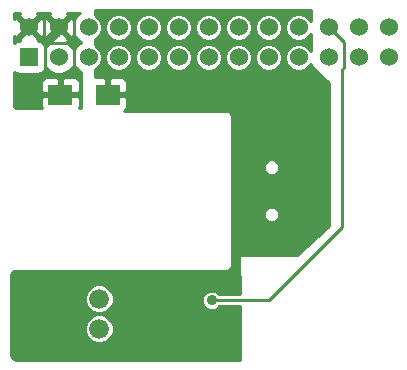
<source format=gbr>
G04 #@! TF.FileFunction,Copper,L1,Top,Signal*
%FSLAX46Y46*%
G04 Gerber Fmt 4.6, Leading zero omitted, Abs format (unit mm)*
G04 Created by KiCad (PCBNEW 4.0.1-stable) date 7/11/2016 2:58:09 PM*
%MOMM*%
G01*
G04 APERTURE LIST*
%ADD10C,0.150000*%
%ADD11R,1.524000X1.524000*%
%ADD12C,1.524000*%
%ADD13C,1.676400*%
%ADD14R,2.000000X1.700000*%
%ADD15C,0.889000*%
%ADD16C,0.254000*%
G04 APERTURE END LIST*
D10*
D11*
X1905000Y-4445000D03*
D12*
X1905000Y-1905000D03*
X4445000Y-4445000D03*
X4445000Y-1905000D03*
X6985000Y-4445000D03*
X6985000Y-1905000D03*
X9525000Y-4445000D03*
X9525000Y-1905000D03*
X12065000Y-4445000D03*
X12065000Y-1905000D03*
X14605000Y-4445000D03*
X14605000Y-1905000D03*
X17145000Y-4445000D03*
X17145000Y-1905000D03*
X19685000Y-4445000D03*
X19685000Y-1905000D03*
X22225000Y-4445000D03*
X22225000Y-1905000D03*
X24765000Y-4445000D03*
X24765000Y-1905000D03*
X27305000Y-4445000D03*
X27305000Y-1905000D03*
X29845000Y-4445000D03*
X29845000Y-1905000D03*
X32385000Y-4445000D03*
X32385000Y-1905000D03*
D13*
X7874000Y-24892000D03*
X7874000Y-27432000D03*
D14*
X4604000Y-7620000D03*
X8604000Y-7620000D03*
D15*
X23622000Y-17780000D03*
X17399000Y-25019000D03*
D16*
X4445000Y-1905000D02*
X4445000Y-2445000D01*
X4445000Y-2445000D02*
X3330000Y-3560000D01*
X3330000Y-3560000D02*
X3330000Y-5870000D01*
X3330000Y-5870000D02*
X3410000Y-5950000D01*
X3224000Y-3200000D02*
X3224000Y-914000D01*
X5764000Y-3200000D02*
X5764000Y-914000D01*
X3224000Y-3200000D02*
X5764000Y-3200000D01*
X5764000Y-3200000D02*
X5764000Y-5232000D01*
X1905000Y-1905000D02*
X1929000Y-1905000D01*
X1929000Y-1905000D02*
X3224000Y-3200000D01*
X12065000Y-4445000D02*
X12139000Y-4445000D01*
X27305000Y-1905000D02*
X28575000Y-3175000D01*
X22225000Y-25019000D02*
X17399000Y-25019000D01*
X28448000Y-18796000D02*
X22225000Y-25019000D01*
X28448000Y-5461000D02*
X28448000Y-18796000D01*
X28575000Y-5334000D02*
X28448000Y-5461000D01*
X28575000Y-3175000D02*
X28575000Y-5334000D01*
G36*
X5799990Y-5235303D02*
X6192630Y-5628629D01*
X6350000Y-5693975D01*
X6350000Y-8713000D01*
X6190665Y-8713000D01*
X6239000Y-8596310D01*
X6239000Y-7905750D01*
X6080250Y-7747000D01*
X4731000Y-7747000D01*
X4731000Y-7767000D01*
X4477000Y-7767000D01*
X4477000Y-7747000D01*
X3127750Y-7747000D01*
X2969000Y-7905750D01*
X2969000Y-8596310D01*
X3017335Y-8713000D01*
X829467Y-8713000D01*
X737668Y-8694740D01*
X717043Y-8680958D01*
X703260Y-8660331D01*
X685000Y-8568533D01*
X685000Y-6643690D01*
X2969000Y-6643690D01*
X2969000Y-7334250D01*
X3127750Y-7493000D01*
X4477000Y-7493000D01*
X4477000Y-6293750D01*
X4731000Y-6293750D01*
X4731000Y-7493000D01*
X6080250Y-7493000D01*
X6239000Y-7334250D01*
X6239000Y-6643690D01*
X6142327Y-6410301D01*
X5963698Y-6231673D01*
X5730309Y-6135000D01*
X4889750Y-6135000D01*
X4731000Y-6293750D01*
X4477000Y-6293750D01*
X4318250Y-6135000D01*
X3477691Y-6135000D01*
X3244302Y-6231673D01*
X3065673Y-6410301D01*
X2969000Y-6643690D01*
X685000Y-6643690D01*
X685000Y-5662602D01*
X891110Y-5803431D01*
X1143000Y-5854440D01*
X2667000Y-5854440D01*
X2902317Y-5810162D01*
X3118441Y-5671090D01*
X3263431Y-5458890D01*
X3300492Y-5275876D01*
X3652630Y-5628629D01*
X4165900Y-5841757D01*
X4721661Y-5842242D01*
X5235303Y-5630010D01*
X5628629Y-5237370D01*
X5714949Y-5029488D01*
X5799990Y-5235303D01*
X5799990Y-5235303D01*
G37*
X5799990Y-5235303D02*
X6192630Y-5628629D01*
X6350000Y-5693975D01*
X6350000Y-8713000D01*
X6190665Y-8713000D01*
X6239000Y-8596310D01*
X6239000Y-7905750D01*
X6080250Y-7747000D01*
X4731000Y-7747000D01*
X4731000Y-7767000D01*
X4477000Y-7767000D01*
X4477000Y-7747000D01*
X3127750Y-7747000D01*
X2969000Y-7905750D01*
X2969000Y-8596310D01*
X3017335Y-8713000D01*
X829467Y-8713000D01*
X737668Y-8694740D01*
X717043Y-8680958D01*
X703260Y-8660331D01*
X685000Y-8568533D01*
X685000Y-6643690D01*
X2969000Y-6643690D01*
X2969000Y-7334250D01*
X3127750Y-7493000D01*
X4477000Y-7493000D01*
X4477000Y-6293750D01*
X4731000Y-6293750D01*
X4731000Y-7493000D01*
X6080250Y-7493000D01*
X6239000Y-7334250D01*
X6239000Y-6643690D01*
X6142327Y-6410301D01*
X5963698Y-6231673D01*
X5730309Y-6135000D01*
X4889750Y-6135000D01*
X4731000Y-6293750D01*
X4477000Y-6293750D01*
X4318250Y-6135000D01*
X3477691Y-6135000D01*
X3244302Y-6231673D01*
X3065673Y-6410301D01*
X2969000Y-6643690D01*
X685000Y-6643690D01*
X685000Y-5662602D01*
X891110Y-5803431D01*
X1143000Y-5854440D01*
X2667000Y-5854440D01*
X2902317Y-5810162D01*
X3118441Y-5671090D01*
X3263431Y-5458890D01*
X3300492Y-5275876D01*
X3652630Y-5628629D01*
X4165900Y-5841757D01*
X4721661Y-5842242D01*
X5235303Y-5630010D01*
X5628629Y-5237370D01*
X5714949Y-5029488D01*
X5799990Y-5235303D01*
G36*
X1104392Y-924787D02*
X1905000Y-1725395D01*
X2705608Y-924787D01*
X2636831Y-685000D01*
X3713169Y-685000D01*
X3644392Y-924787D01*
X4445000Y-1725395D01*
X5245608Y-924787D01*
X5176831Y-685000D01*
X6279379Y-685000D01*
X6194697Y-719990D01*
X5801371Y-1112630D01*
X5721605Y-1304727D01*
X5667397Y-1173857D01*
X5425213Y-1104392D01*
X4624605Y-1905000D01*
X5425213Y-2705608D01*
X5667397Y-2636143D01*
X5717509Y-2495682D01*
X5799990Y-2695303D01*
X6192630Y-3088629D01*
X6350000Y-3153975D01*
X6350000Y-3195820D01*
X6194697Y-3259990D01*
X5801371Y-3652630D01*
X5715051Y-3860512D01*
X5630010Y-3654697D01*
X5237370Y-3261371D01*
X5045273Y-3181605D01*
X5176143Y-3127397D01*
X5245608Y-2885213D01*
X4445000Y-2084605D01*
X3644392Y-2885213D01*
X3713857Y-3127397D01*
X3854318Y-3177509D01*
X3654697Y-3259990D01*
X3301237Y-3612833D01*
X3270162Y-3447683D01*
X3131090Y-3231559D01*
X2918890Y-3086569D01*
X2667000Y-3035560D01*
X2662484Y-3035560D01*
X2705608Y-2885213D01*
X1905000Y-2084605D01*
X1104392Y-2885213D01*
X1147516Y-3035560D01*
X1143000Y-3035560D01*
X907683Y-3079838D01*
X691559Y-3218910D01*
X685000Y-3228509D01*
X685000Y-2636831D01*
X924787Y-2705608D01*
X1725395Y-1905000D01*
X2084605Y-1905000D01*
X2885213Y-2705608D01*
X3127397Y-2636143D01*
X3171453Y-2512656D01*
X3222603Y-2636143D01*
X3464787Y-2705608D01*
X4265395Y-1905000D01*
X3464787Y-1104392D01*
X3222603Y-1173857D01*
X3178547Y-1297344D01*
X3127397Y-1173857D01*
X2885213Y-1104392D01*
X2084605Y-1905000D01*
X1725395Y-1905000D01*
X924787Y-1104392D01*
X685000Y-1173169D01*
X685000Y-685000D01*
X1173169Y-685000D01*
X1104392Y-924787D01*
X1104392Y-924787D01*
G37*
X1104392Y-924787D02*
X1905000Y-1725395D01*
X2705608Y-924787D01*
X2636831Y-685000D01*
X3713169Y-685000D01*
X3644392Y-924787D01*
X4445000Y-1725395D01*
X5245608Y-924787D01*
X5176831Y-685000D01*
X6279379Y-685000D01*
X6194697Y-719990D01*
X5801371Y-1112630D01*
X5721605Y-1304727D01*
X5667397Y-1173857D01*
X5425213Y-1104392D01*
X4624605Y-1905000D01*
X5425213Y-2705608D01*
X5667397Y-2636143D01*
X5717509Y-2495682D01*
X5799990Y-2695303D01*
X6192630Y-3088629D01*
X6350000Y-3153975D01*
X6350000Y-3195820D01*
X6194697Y-3259990D01*
X5801371Y-3652630D01*
X5715051Y-3860512D01*
X5630010Y-3654697D01*
X5237370Y-3261371D01*
X5045273Y-3181605D01*
X5176143Y-3127397D01*
X5245608Y-2885213D01*
X4445000Y-2084605D01*
X3644392Y-2885213D01*
X3713857Y-3127397D01*
X3854318Y-3177509D01*
X3654697Y-3259990D01*
X3301237Y-3612833D01*
X3270162Y-3447683D01*
X3131090Y-3231559D01*
X2918890Y-3086569D01*
X2667000Y-3035560D01*
X2662484Y-3035560D01*
X2705608Y-2885213D01*
X1905000Y-2084605D01*
X1104392Y-2885213D01*
X1147516Y-3035560D01*
X1143000Y-3035560D01*
X907683Y-3079838D01*
X691559Y-3218910D01*
X685000Y-3228509D01*
X685000Y-2636831D01*
X924787Y-2705608D01*
X1725395Y-1905000D01*
X2084605Y-1905000D01*
X2885213Y-2705608D01*
X3127397Y-2636143D01*
X3171453Y-2512656D01*
X3222603Y-2636143D01*
X3464787Y-2705608D01*
X4265395Y-1905000D01*
X3464787Y-1104392D01*
X3222603Y-1173857D01*
X3178547Y-1297344D01*
X3127397Y-1173857D01*
X2885213Y-1104392D01*
X2084605Y-1905000D01*
X1725395Y-1905000D01*
X924787Y-1104392D01*
X685000Y-1173169D01*
X685000Y-685000D01*
X1173169Y-685000D01*
X1104392Y-924787D01*
G36*
X25781000Y-1370797D02*
X25734554Y-1258388D01*
X25413303Y-936577D01*
X24993354Y-762199D01*
X24538641Y-761802D01*
X24118388Y-935446D01*
X23796577Y-1256697D01*
X23622199Y-1676646D01*
X23621802Y-2131359D01*
X23795446Y-2551612D01*
X24116697Y-2873423D01*
X24536646Y-3047801D01*
X24991359Y-3048198D01*
X25411612Y-2874554D01*
X25733423Y-2553303D01*
X25781000Y-2438725D01*
X25781000Y-3910797D01*
X25734554Y-3798388D01*
X25413303Y-3476577D01*
X24993354Y-3302199D01*
X24538641Y-3301802D01*
X24118388Y-3475446D01*
X23796577Y-3796697D01*
X23622199Y-4216646D01*
X23621802Y-4671359D01*
X23795446Y-5091612D01*
X24116697Y-5413423D01*
X24536646Y-5587801D01*
X24991359Y-5588198D01*
X25411612Y-5414554D01*
X25733423Y-5093303D01*
X25781000Y-4978725D01*
X25781000Y-5080000D01*
X25791006Y-5129410D01*
X25818197Y-5169803D01*
X27305000Y-6656606D01*
X27305000Y-18739820D01*
X24588902Y-21209000D01*
X19875099Y-21209000D01*
X19825689Y-21219006D01*
X19784064Y-21247447D01*
X19756784Y-21289841D01*
X19748102Y-21336901D01*
X19770631Y-24511000D01*
X18058302Y-24511000D01*
X17867219Y-24319583D01*
X17563923Y-24193643D01*
X17235518Y-24193357D01*
X16932002Y-24318767D01*
X16699583Y-24550781D01*
X16573643Y-24854077D01*
X16573357Y-25182482D01*
X16698767Y-25485998D01*
X16930781Y-25718417D01*
X17234077Y-25844357D01*
X17562482Y-25844643D01*
X17865998Y-25719233D01*
X18058567Y-25527000D01*
X19777842Y-25527000D01*
X19809937Y-30049000D01*
X804448Y-30049000D01*
X638564Y-30016004D01*
X533919Y-29946082D01*
X463996Y-29841436D01*
X431000Y-29675552D01*
X431000Y-27673450D01*
X6654588Y-27673450D01*
X6839809Y-28121719D01*
X7182477Y-28464985D01*
X7630422Y-28650988D01*
X8115450Y-28651412D01*
X8563719Y-28466191D01*
X8906985Y-28123523D01*
X9092988Y-27675578D01*
X9093412Y-27190550D01*
X8908191Y-26742281D01*
X8565523Y-26399015D01*
X8117578Y-26213012D01*
X7632550Y-26212588D01*
X7184281Y-26397809D01*
X6841015Y-26740477D01*
X6655012Y-27188422D01*
X6654588Y-27673450D01*
X431000Y-27673450D01*
X431000Y-25133450D01*
X6654588Y-25133450D01*
X6839809Y-25581719D01*
X7182477Y-25924985D01*
X7630422Y-26110988D01*
X8115450Y-26111412D01*
X8563719Y-25926191D01*
X8906985Y-25583523D01*
X9092988Y-25135578D01*
X9093412Y-24650550D01*
X8908191Y-24202281D01*
X8565523Y-23859015D01*
X8117578Y-23673012D01*
X7632550Y-23672588D01*
X7184281Y-23857809D01*
X6841015Y-24200477D01*
X6655012Y-24648422D01*
X6654588Y-25133450D01*
X431000Y-25133450D01*
X431000Y-22902448D01*
X463996Y-22736564D01*
X533919Y-22631918D01*
X638564Y-22561996D01*
X804448Y-22529000D01*
X18669000Y-22529000D01*
X18833937Y-22496192D01*
X18973763Y-22402763D01*
X19067192Y-22262937D01*
X19100000Y-22098000D01*
X19100000Y-17877914D01*
X21805886Y-17877914D01*
X21905546Y-18119109D01*
X22089921Y-18303806D01*
X22330941Y-18403886D01*
X22591914Y-18404114D01*
X22833109Y-18304454D01*
X23017806Y-18120079D01*
X23117886Y-17879059D01*
X23118114Y-17618086D01*
X23018454Y-17376891D01*
X22834079Y-17192194D01*
X22593059Y-17092114D01*
X22332086Y-17091886D01*
X22090891Y-17191546D01*
X21906194Y-17375921D01*
X21806114Y-17616941D01*
X21805886Y-17877914D01*
X19100000Y-17877914D01*
X19100000Y-13877914D01*
X21805886Y-13877914D01*
X21905546Y-14119109D01*
X22089921Y-14303806D01*
X22330941Y-14403886D01*
X22591914Y-14404114D01*
X22833109Y-14304454D01*
X23017806Y-14120079D01*
X23117886Y-13879059D01*
X23118114Y-13618086D01*
X23018454Y-13376891D01*
X22834079Y-13192194D01*
X22593059Y-13092114D01*
X22332086Y-13091886D01*
X22090891Y-13191546D01*
X21906194Y-13375921D01*
X21806114Y-13616941D01*
X21805886Y-13877914D01*
X19100000Y-13877914D01*
X19100000Y-9398000D01*
X19067192Y-9233063D01*
X18973763Y-9093237D01*
X18833937Y-8999808D01*
X18669000Y-8967000D01*
X10005025Y-8967000D01*
X10142327Y-8829699D01*
X10239000Y-8596310D01*
X10239000Y-7905750D01*
X10080250Y-7747000D01*
X8731000Y-7747000D01*
X8731000Y-7767000D01*
X8477000Y-7767000D01*
X8477000Y-7747000D01*
X8457000Y-7747000D01*
X8457000Y-7493000D01*
X8477000Y-7493000D01*
X8477000Y-6293750D01*
X8731000Y-6293750D01*
X8731000Y-7493000D01*
X10080250Y-7493000D01*
X10239000Y-7334250D01*
X10239000Y-6643690D01*
X10142327Y-6410301D01*
X9963698Y-6231673D01*
X9730309Y-6135000D01*
X8889750Y-6135000D01*
X8731000Y-6293750D01*
X8477000Y-6293750D01*
X8318250Y-6135000D01*
X7493000Y-6135000D01*
X7493000Y-5471827D01*
X7631612Y-5414554D01*
X7953423Y-5093303D01*
X8127801Y-4673354D01*
X8127802Y-4671359D01*
X8381802Y-4671359D01*
X8555446Y-5091612D01*
X8876697Y-5413423D01*
X9296646Y-5587801D01*
X9751359Y-5588198D01*
X10171612Y-5414554D01*
X10493423Y-5093303D01*
X10667801Y-4673354D01*
X10667802Y-4671359D01*
X10921802Y-4671359D01*
X11095446Y-5091612D01*
X11416697Y-5413423D01*
X11836646Y-5587801D01*
X12291359Y-5588198D01*
X12711612Y-5414554D01*
X13033423Y-5093303D01*
X13207801Y-4673354D01*
X13207802Y-4671359D01*
X13461802Y-4671359D01*
X13635446Y-5091612D01*
X13956697Y-5413423D01*
X14376646Y-5587801D01*
X14831359Y-5588198D01*
X15251612Y-5414554D01*
X15573423Y-5093303D01*
X15747801Y-4673354D01*
X15747802Y-4671359D01*
X16001802Y-4671359D01*
X16175446Y-5091612D01*
X16496697Y-5413423D01*
X16916646Y-5587801D01*
X17371359Y-5588198D01*
X17791612Y-5414554D01*
X18113423Y-5093303D01*
X18287801Y-4673354D01*
X18287802Y-4671359D01*
X18541802Y-4671359D01*
X18715446Y-5091612D01*
X19036697Y-5413423D01*
X19456646Y-5587801D01*
X19911359Y-5588198D01*
X20331612Y-5414554D01*
X20653423Y-5093303D01*
X20827801Y-4673354D01*
X20827802Y-4671359D01*
X21081802Y-4671359D01*
X21255446Y-5091612D01*
X21576697Y-5413423D01*
X21996646Y-5587801D01*
X22451359Y-5588198D01*
X22871612Y-5414554D01*
X23193423Y-5093303D01*
X23367801Y-4673354D01*
X23368198Y-4218641D01*
X23194554Y-3798388D01*
X22873303Y-3476577D01*
X22453354Y-3302199D01*
X21998641Y-3301802D01*
X21578388Y-3475446D01*
X21256577Y-3796697D01*
X21082199Y-4216646D01*
X21081802Y-4671359D01*
X20827802Y-4671359D01*
X20828198Y-4218641D01*
X20654554Y-3798388D01*
X20333303Y-3476577D01*
X19913354Y-3302199D01*
X19458641Y-3301802D01*
X19038388Y-3475446D01*
X18716577Y-3796697D01*
X18542199Y-4216646D01*
X18541802Y-4671359D01*
X18287802Y-4671359D01*
X18288198Y-4218641D01*
X18114554Y-3798388D01*
X17793303Y-3476577D01*
X17373354Y-3302199D01*
X16918641Y-3301802D01*
X16498388Y-3475446D01*
X16176577Y-3796697D01*
X16002199Y-4216646D01*
X16001802Y-4671359D01*
X15747802Y-4671359D01*
X15748198Y-4218641D01*
X15574554Y-3798388D01*
X15253303Y-3476577D01*
X14833354Y-3302199D01*
X14378641Y-3301802D01*
X13958388Y-3475446D01*
X13636577Y-3796697D01*
X13462199Y-4216646D01*
X13461802Y-4671359D01*
X13207802Y-4671359D01*
X13208198Y-4218641D01*
X13034554Y-3798388D01*
X12713303Y-3476577D01*
X12293354Y-3302199D01*
X11838641Y-3301802D01*
X11418388Y-3475446D01*
X11096577Y-3796697D01*
X10922199Y-4216646D01*
X10921802Y-4671359D01*
X10667802Y-4671359D01*
X10668198Y-4218641D01*
X10494554Y-3798388D01*
X10173303Y-3476577D01*
X9753354Y-3302199D01*
X9298641Y-3301802D01*
X8878388Y-3475446D01*
X8556577Y-3796697D01*
X8382199Y-4216646D01*
X8381802Y-4671359D01*
X8127802Y-4671359D01*
X8128198Y-4218641D01*
X7954554Y-3798388D01*
X7633303Y-3476577D01*
X7493000Y-3418318D01*
X7493000Y-2931827D01*
X7631612Y-2874554D01*
X7953423Y-2553303D01*
X8127801Y-2133354D01*
X8127802Y-2131359D01*
X8381802Y-2131359D01*
X8555446Y-2551612D01*
X8876697Y-2873423D01*
X9296646Y-3047801D01*
X9751359Y-3048198D01*
X10171612Y-2874554D01*
X10493423Y-2553303D01*
X10667801Y-2133354D01*
X10667802Y-2131359D01*
X10921802Y-2131359D01*
X11095446Y-2551612D01*
X11416697Y-2873423D01*
X11836646Y-3047801D01*
X12291359Y-3048198D01*
X12711612Y-2874554D01*
X13033423Y-2553303D01*
X13207801Y-2133354D01*
X13207802Y-2131359D01*
X13461802Y-2131359D01*
X13635446Y-2551612D01*
X13956697Y-2873423D01*
X14376646Y-3047801D01*
X14831359Y-3048198D01*
X15251612Y-2874554D01*
X15573423Y-2553303D01*
X15747801Y-2133354D01*
X15747802Y-2131359D01*
X16001802Y-2131359D01*
X16175446Y-2551612D01*
X16496697Y-2873423D01*
X16916646Y-3047801D01*
X17371359Y-3048198D01*
X17791612Y-2874554D01*
X18113423Y-2553303D01*
X18287801Y-2133354D01*
X18287802Y-2131359D01*
X18541802Y-2131359D01*
X18715446Y-2551612D01*
X19036697Y-2873423D01*
X19456646Y-3047801D01*
X19911359Y-3048198D01*
X20331612Y-2874554D01*
X20653423Y-2553303D01*
X20827801Y-2133354D01*
X20827802Y-2131359D01*
X21081802Y-2131359D01*
X21255446Y-2551612D01*
X21576697Y-2873423D01*
X21996646Y-3047801D01*
X22451359Y-3048198D01*
X22871612Y-2874554D01*
X23193423Y-2553303D01*
X23367801Y-2133354D01*
X23368198Y-1678641D01*
X23194554Y-1258388D01*
X22873303Y-936577D01*
X22453354Y-762199D01*
X21998641Y-761802D01*
X21578388Y-935446D01*
X21256577Y-1256697D01*
X21082199Y-1676646D01*
X21081802Y-2131359D01*
X20827802Y-2131359D01*
X20828198Y-1678641D01*
X20654554Y-1258388D01*
X20333303Y-936577D01*
X19913354Y-762199D01*
X19458641Y-761802D01*
X19038388Y-935446D01*
X18716577Y-1256697D01*
X18542199Y-1676646D01*
X18541802Y-2131359D01*
X18287802Y-2131359D01*
X18288198Y-1678641D01*
X18114554Y-1258388D01*
X17793303Y-936577D01*
X17373354Y-762199D01*
X16918641Y-761802D01*
X16498388Y-935446D01*
X16176577Y-1256697D01*
X16002199Y-1676646D01*
X16001802Y-2131359D01*
X15747802Y-2131359D01*
X15748198Y-1678641D01*
X15574554Y-1258388D01*
X15253303Y-936577D01*
X14833354Y-762199D01*
X14378641Y-761802D01*
X13958388Y-935446D01*
X13636577Y-1256697D01*
X13462199Y-1676646D01*
X13461802Y-2131359D01*
X13207802Y-2131359D01*
X13208198Y-1678641D01*
X13034554Y-1258388D01*
X12713303Y-936577D01*
X12293354Y-762199D01*
X11838641Y-761802D01*
X11418388Y-935446D01*
X11096577Y-1256697D01*
X10922199Y-1676646D01*
X10921802Y-2131359D01*
X10667802Y-2131359D01*
X10668198Y-1678641D01*
X10494554Y-1258388D01*
X10173303Y-936577D01*
X9753354Y-762199D01*
X9298641Y-761802D01*
X8878388Y-935446D01*
X8556577Y-1256697D01*
X8382199Y-1676646D01*
X8381802Y-2131359D01*
X8127802Y-2131359D01*
X8128198Y-1678641D01*
X7954554Y-1258388D01*
X7633303Y-936577D01*
X7493000Y-878318D01*
X7493000Y-431000D01*
X25781000Y-431000D01*
X25781000Y-1370797D01*
X25781000Y-1370797D01*
G37*
X25781000Y-1370797D02*
X25734554Y-1258388D01*
X25413303Y-936577D01*
X24993354Y-762199D01*
X24538641Y-761802D01*
X24118388Y-935446D01*
X23796577Y-1256697D01*
X23622199Y-1676646D01*
X23621802Y-2131359D01*
X23795446Y-2551612D01*
X24116697Y-2873423D01*
X24536646Y-3047801D01*
X24991359Y-3048198D01*
X25411612Y-2874554D01*
X25733423Y-2553303D01*
X25781000Y-2438725D01*
X25781000Y-3910797D01*
X25734554Y-3798388D01*
X25413303Y-3476577D01*
X24993354Y-3302199D01*
X24538641Y-3301802D01*
X24118388Y-3475446D01*
X23796577Y-3796697D01*
X23622199Y-4216646D01*
X23621802Y-4671359D01*
X23795446Y-5091612D01*
X24116697Y-5413423D01*
X24536646Y-5587801D01*
X24991359Y-5588198D01*
X25411612Y-5414554D01*
X25733423Y-5093303D01*
X25781000Y-4978725D01*
X25781000Y-5080000D01*
X25791006Y-5129410D01*
X25818197Y-5169803D01*
X27305000Y-6656606D01*
X27305000Y-18739820D01*
X24588902Y-21209000D01*
X19875099Y-21209000D01*
X19825689Y-21219006D01*
X19784064Y-21247447D01*
X19756784Y-21289841D01*
X19748102Y-21336901D01*
X19770631Y-24511000D01*
X18058302Y-24511000D01*
X17867219Y-24319583D01*
X17563923Y-24193643D01*
X17235518Y-24193357D01*
X16932002Y-24318767D01*
X16699583Y-24550781D01*
X16573643Y-24854077D01*
X16573357Y-25182482D01*
X16698767Y-25485998D01*
X16930781Y-25718417D01*
X17234077Y-25844357D01*
X17562482Y-25844643D01*
X17865998Y-25719233D01*
X18058567Y-25527000D01*
X19777842Y-25527000D01*
X19809937Y-30049000D01*
X804448Y-30049000D01*
X638564Y-30016004D01*
X533919Y-29946082D01*
X463996Y-29841436D01*
X431000Y-29675552D01*
X431000Y-27673450D01*
X6654588Y-27673450D01*
X6839809Y-28121719D01*
X7182477Y-28464985D01*
X7630422Y-28650988D01*
X8115450Y-28651412D01*
X8563719Y-28466191D01*
X8906985Y-28123523D01*
X9092988Y-27675578D01*
X9093412Y-27190550D01*
X8908191Y-26742281D01*
X8565523Y-26399015D01*
X8117578Y-26213012D01*
X7632550Y-26212588D01*
X7184281Y-26397809D01*
X6841015Y-26740477D01*
X6655012Y-27188422D01*
X6654588Y-27673450D01*
X431000Y-27673450D01*
X431000Y-25133450D01*
X6654588Y-25133450D01*
X6839809Y-25581719D01*
X7182477Y-25924985D01*
X7630422Y-26110988D01*
X8115450Y-26111412D01*
X8563719Y-25926191D01*
X8906985Y-25583523D01*
X9092988Y-25135578D01*
X9093412Y-24650550D01*
X8908191Y-24202281D01*
X8565523Y-23859015D01*
X8117578Y-23673012D01*
X7632550Y-23672588D01*
X7184281Y-23857809D01*
X6841015Y-24200477D01*
X6655012Y-24648422D01*
X6654588Y-25133450D01*
X431000Y-25133450D01*
X431000Y-22902448D01*
X463996Y-22736564D01*
X533919Y-22631918D01*
X638564Y-22561996D01*
X804448Y-22529000D01*
X18669000Y-22529000D01*
X18833937Y-22496192D01*
X18973763Y-22402763D01*
X19067192Y-22262937D01*
X19100000Y-22098000D01*
X19100000Y-17877914D01*
X21805886Y-17877914D01*
X21905546Y-18119109D01*
X22089921Y-18303806D01*
X22330941Y-18403886D01*
X22591914Y-18404114D01*
X22833109Y-18304454D01*
X23017806Y-18120079D01*
X23117886Y-17879059D01*
X23118114Y-17618086D01*
X23018454Y-17376891D01*
X22834079Y-17192194D01*
X22593059Y-17092114D01*
X22332086Y-17091886D01*
X22090891Y-17191546D01*
X21906194Y-17375921D01*
X21806114Y-17616941D01*
X21805886Y-17877914D01*
X19100000Y-17877914D01*
X19100000Y-13877914D01*
X21805886Y-13877914D01*
X21905546Y-14119109D01*
X22089921Y-14303806D01*
X22330941Y-14403886D01*
X22591914Y-14404114D01*
X22833109Y-14304454D01*
X23017806Y-14120079D01*
X23117886Y-13879059D01*
X23118114Y-13618086D01*
X23018454Y-13376891D01*
X22834079Y-13192194D01*
X22593059Y-13092114D01*
X22332086Y-13091886D01*
X22090891Y-13191546D01*
X21906194Y-13375921D01*
X21806114Y-13616941D01*
X21805886Y-13877914D01*
X19100000Y-13877914D01*
X19100000Y-9398000D01*
X19067192Y-9233063D01*
X18973763Y-9093237D01*
X18833937Y-8999808D01*
X18669000Y-8967000D01*
X10005025Y-8967000D01*
X10142327Y-8829699D01*
X10239000Y-8596310D01*
X10239000Y-7905750D01*
X10080250Y-7747000D01*
X8731000Y-7747000D01*
X8731000Y-7767000D01*
X8477000Y-7767000D01*
X8477000Y-7747000D01*
X8457000Y-7747000D01*
X8457000Y-7493000D01*
X8477000Y-7493000D01*
X8477000Y-6293750D01*
X8731000Y-6293750D01*
X8731000Y-7493000D01*
X10080250Y-7493000D01*
X10239000Y-7334250D01*
X10239000Y-6643690D01*
X10142327Y-6410301D01*
X9963698Y-6231673D01*
X9730309Y-6135000D01*
X8889750Y-6135000D01*
X8731000Y-6293750D01*
X8477000Y-6293750D01*
X8318250Y-6135000D01*
X7493000Y-6135000D01*
X7493000Y-5471827D01*
X7631612Y-5414554D01*
X7953423Y-5093303D01*
X8127801Y-4673354D01*
X8127802Y-4671359D01*
X8381802Y-4671359D01*
X8555446Y-5091612D01*
X8876697Y-5413423D01*
X9296646Y-5587801D01*
X9751359Y-5588198D01*
X10171612Y-5414554D01*
X10493423Y-5093303D01*
X10667801Y-4673354D01*
X10667802Y-4671359D01*
X10921802Y-4671359D01*
X11095446Y-5091612D01*
X11416697Y-5413423D01*
X11836646Y-5587801D01*
X12291359Y-5588198D01*
X12711612Y-5414554D01*
X13033423Y-5093303D01*
X13207801Y-4673354D01*
X13207802Y-4671359D01*
X13461802Y-4671359D01*
X13635446Y-5091612D01*
X13956697Y-5413423D01*
X14376646Y-5587801D01*
X14831359Y-5588198D01*
X15251612Y-5414554D01*
X15573423Y-5093303D01*
X15747801Y-4673354D01*
X15747802Y-4671359D01*
X16001802Y-4671359D01*
X16175446Y-5091612D01*
X16496697Y-5413423D01*
X16916646Y-5587801D01*
X17371359Y-5588198D01*
X17791612Y-5414554D01*
X18113423Y-5093303D01*
X18287801Y-4673354D01*
X18287802Y-4671359D01*
X18541802Y-4671359D01*
X18715446Y-5091612D01*
X19036697Y-5413423D01*
X19456646Y-5587801D01*
X19911359Y-5588198D01*
X20331612Y-5414554D01*
X20653423Y-5093303D01*
X20827801Y-4673354D01*
X20827802Y-4671359D01*
X21081802Y-4671359D01*
X21255446Y-5091612D01*
X21576697Y-5413423D01*
X21996646Y-5587801D01*
X22451359Y-5588198D01*
X22871612Y-5414554D01*
X23193423Y-5093303D01*
X23367801Y-4673354D01*
X23368198Y-4218641D01*
X23194554Y-3798388D01*
X22873303Y-3476577D01*
X22453354Y-3302199D01*
X21998641Y-3301802D01*
X21578388Y-3475446D01*
X21256577Y-3796697D01*
X21082199Y-4216646D01*
X21081802Y-4671359D01*
X20827802Y-4671359D01*
X20828198Y-4218641D01*
X20654554Y-3798388D01*
X20333303Y-3476577D01*
X19913354Y-3302199D01*
X19458641Y-3301802D01*
X19038388Y-3475446D01*
X18716577Y-3796697D01*
X18542199Y-4216646D01*
X18541802Y-4671359D01*
X18287802Y-4671359D01*
X18288198Y-4218641D01*
X18114554Y-3798388D01*
X17793303Y-3476577D01*
X17373354Y-3302199D01*
X16918641Y-3301802D01*
X16498388Y-3475446D01*
X16176577Y-3796697D01*
X16002199Y-4216646D01*
X16001802Y-4671359D01*
X15747802Y-4671359D01*
X15748198Y-4218641D01*
X15574554Y-3798388D01*
X15253303Y-3476577D01*
X14833354Y-3302199D01*
X14378641Y-3301802D01*
X13958388Y-3475446D01*
X13636577Y-3796697D01*
X13462199Y-4216646D01*
X13461802Y-4671359D01*
X13207802Y-4671359D01*
X13208198Y-4218641D01*
X13034554Y-3798388D01*
X12713303Y-3476577D01*
X12293354Y-3302199D01*
X11838641Y-3301802D01*
X11418388Y-3475446D01*
X11096577Y-3796697D01*
X10922199Y-4216646D01*
X10921802Y-4671359D01*
X10667802Y-4671359D01*
X10668198Y-4218641D01*
X10494554Y-3798388D01*
X10173303Y-3476577D01*
X9753354Y-3302199D01*
X9298641Y-3301802D01*
X8878388Y-3475446D01*
X8556577Y-3796697D01*
X8382199Y-4216646D01*
X8381802Y-4671359D01*
X8127802Y-4671359D01*
X8128198Y-4218641D01*
X7954554Y-3798388D01*
X7633303Y-3476577D01*
X7493000Y-3418318D01*
X7493000Y-2931827D01*
X7631612Y-2874554D01*
X7953423Y-2553303D01*
X8127801Y-2133354D01*
X8127802Y-2131359D01*
X8381802Y-2131359D01*
X8555446Y-2551612D01*
X8876697Y-2873423D01*
X9296646Y-3047801D01*
X9751359Y-3048198D01*
X10171612Y-2874554D01*
X10493423Y-2553303D01*
X10667801Y-2133354D01*
X10667802Y-2131359D01*
X10921802Y-2131359D01*
X11095446Y-2551612D01*
X11416697Y-2873423D01*
X11836646Y-3047801D01*
X12291359Y-3048198D01*
X12711612Y-2874554D01*
X13033423Y-2553303D01*
X13207801Y-2133354D01*
X13207802Y-2131359D01*
X13461802Y-2131359D01*
X13635446Y-2551612D01*
X13956697Y-2873423D01*
X14376646Y-3047801D01*
X14831359Y-3048198D01*
X15251612Y-2874554D01*
X15573423Y-2553303D01*
X15747801Y-2133354D01*
X15747802Y-2131359D01*
X16001802Y-2131359D01*
X16175446Y-2551612D01*
X16496697Y-2873423D01*
X16916646Y-3047801D01*
X17371359Y-3048198D01*
X17791612Y-2874554D01*
X18113423Y-2553303D01*
X18287801Y-2133354D01*
X18287802Y-2131359D01*
X18541802Y-2131359D01*
X18715446Y-2551612D01*
X19036697Y-2873423D01*
X19456646Y-3047801D01*
X19911359Y-3048198D01*
X20331612Y-2874554D01*
X20653423Y-2553303D01*
X20827801Y-2133354D01*
X20827802Y-2131359D01*
X21081802Y-2131359D01*
X21255446Y-2551612D01*
X21576697Y-2873423D01*
X21996646Y-3047801D01*
X22451359Y-3048198D01*
X22871612Y-2874554D01*
X23193423Y-2553303D01*
X23367801Y-2133354D01*
X23368198Y-1678641D01*
X23194554Y-1258388D01*
X22873303Y-936577D01*
X22453354Y-762199D01*
X21998641Y-761802D01*
X21578388Y-935446D01*
X21256577Y-1256697D01*
X21082199Y-1676646D01*
X21081802Y-2131359D01*
X20827802Y-2131359D01*
X20828198Y-1678641D01*
X20654554Y-1258388D01*
X20333303Y-936577D01*
X19913354Y-762199D01*
X19458641Y-761802D01*
X19038388Y-935446D01*
X18716577Y-1256697D01*
X18542199Y-1676646D01*
X18541802Y-2131359D01*
X18287802Y-2131359D01*
X18288198Y-1678641D01*
X18114554Y-1258388D01*
X17793303Y-936577D01*
X17373354Y-762199D01*
X16918641Y-761802D01*
X16498388Y-935446D01*
X16176577Y-1256697D01*
X16002199Y-1676646D01*
X16001802Y-2131359D01*
X15747802Y-2131359D01*
X15748198Y-1678641D01*
X15574554Y-1258388D01*
X15253303Y-936577D01*
X14833354Y-762199D01*
X14378641Y-761802D01*
X13958388Y-935446D01*
X13636577Y-1256697D01*
X13462199Y-1676646D01*
X13461802Y-2131359D01*
X13207802Y-2131359D01*
X13208198Y-1678641D01*
X13034554Y-1258388D01*
X12713303Y-936577D01*
X12293354Y-762199D01*
X11838641Y-761802D01*
X11418388Y-935446D01*
X11096577Y-1256697D01*
X10922199Y-1676646D01*
X10921802Y-2131359D01*
X10667802Y-2131359D01*
X10668198Y-1678641D01*
X10494554Y-1258388D01*
X10173303Y-936577D01*
X9753354Y-762199D01*
X9298641Y-761802D01*
X8878388Y-935446D01*
X8556577Y-1256697D01*
X8382199Y-1676646D01*
X8381802Y-2131359D01*
X8127802Y-2131359D01*
X8128198Y-1678641D01*
X7954554Y-1258388D01*
X7633303Y-936577D01*
X7493000Y-878318D01*
X7493000Y-431000D01*
X25781000Y-431000D01*
X25781000Y-1370797D01*
M02*

</source>
